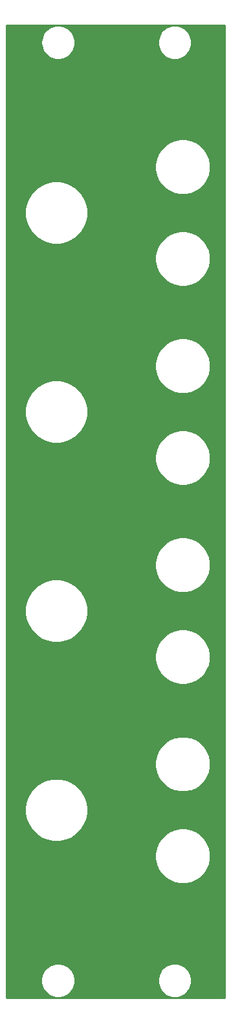
<source format=gbr>
G04 #@! TF.GenerationSoftware,KiCad,Pcbnew,(5.1.4)-1*
G04 #@! TF.CreationDate,2019-11-28T12:25:54-08:00*
G04 #@! TF.ProjectId,AttenuverterFaceplate,41747465-6e75-4766-9572-746572466163,rev?*
G04 #@! TF.SameCoordinates,Original*
G04 #@! TF.FileFunction,Copper,L1,Top*
G04 #@! TF.FilePolarity,Positive*
%FSLAX46Y46*%
G04 Gerber Fmt 4.6, Leading zero omitted, Abs format (unit mm)*
G04 Created by KiCad (PCBNEW (5.1.4)-1) date 2019-11-28 12:25:54*
%MOMM*%
%LPD*%
G04 APERTURE LIST*
%ADD10C,0.254000*%
G04 APERTURE END LIST*
D10*
G36*
X144266384Y-153515000D02*
G01*
X115736384Y-153515000D01*
X115736384Y-151029872D01*
X120263616Y-151029872D01*
X120263616Y-151470128D01*
X120349506Y-151901925D01*
X120517985Y-152308669D01*
X120762578Y-152674729D01*
X121073887Y-152986038D01*
X121439947Y-153230631D01*
X121846691Y-153399110D01*
X122278488Y-153485000D01*
X122718744Y-153485000D01*
X123150541Y-153399110D01*
X123557285Y-153230631D01*
X123923345Y-152986038D01*
X124234654Y-152674729D01*
X124479247Y-152308669D01*
X124647726Y-151901925D01*
X124733616Y-151470128D01*
X124733616Y-151029872D01*
X135513616Y-151029872D01*
X135513616Y-151470128D01*
X135599506Y-151901925D01*
X135767985Y-152308669D01*
X136012578Y-152674729D01*
X136323887Y-152986038D01*
X136689947Y-153230631D01*
X137096691Y-153399110D01*
X137528488Y-153485000D01*
X137968744Y-153485000D01*
X138400541Y-153399110D01*
X138807285Y-153230631D01*
X139173345Y-152986038D01*
X139484654Y-152674729D01*
X139729247Y-152308669D01*
X139897726Y-151901925D01*
X139983616Y-151470128D01*
X139983616Y-151029872D01*
X139897726Y-150598075D01*
X139729247Y-150191331D01*
X139484654Y-149825271D01*
X139173345Y-149513962D01*
X138807285Y-149269369D01*
X138400541Y-149100890D01*
X137968744Y-149015000D01*
X137528488Y-149015000D01*
X137096691Y-149100890D01*
X136689947Y-149269369D01*
X136323887Y-149513962D01*
X136012578Y-149825271D01*
X135767985Y-150191331D01*
X135599506Y-150598075D01*
X135513616Y-151029872D01*
X124733616Y-151029872D01*
X124647726Y-150598075D01*
X124479247Y-150191331D01*
X124234654Y-149825271D01*
X123923345Y-149513962D01*
X123557285Y-149269369D01*
X123150541Y-149100890D01*
X122718744Y-149015000D01*
X122278488Y-149015000D01*
X121846691Y-149100890D01*
X121439947Y-149269369D01*
X121073887Y-149513962D01*
X120762578Y-149825271D01*
X120517985Y-150191331D01*
X120349506Y-150598075D01*
X120263616Y-151029872D01*
X115736384Y-151029872D01*
X115736384Y-134641984D01*
X135165000Y-134641984D01*
X135165000Y-135358016D01*
X135304691Y-136060290D01*
X135578705Y-136721818D01*
X135976511Y-137317177D01*
X136482823Y-137823489D01*
X137078182Y-138221295D01*
X137739710Y-138495309D01*
X138441984Y-138635000D01*
X139158016Y-138635000D01*
X139860290Y-138495309D01*
X140521818Y-138221295D01*
X141117177Y-137823489D01*
X141623489Y-137317177D01*
X142021295Y-136721818D01*
X142295309Y-136060290D01*
X142435000Y-135358016D01*
X142435000Y-134641984D01*
X142295309Y-133939710D01*
X142021295Y-133278182D01*
X141623489Y-132682823D01*
X141117177Y-132176511D01*
X140521818Y-131778705D01*
X139860290Y-131504691D01*
X139158016Y-131365000D01*
X138441984Y-131365000D01*
X137739710Y-131504691D01*
X137078182Y-131778705D01*
X136482823Y-132176511D01*
X135976511Y-132682823D01*
X135578705Y-133278182D01*
X135304691Y-133939710D01*
X135165000Y-134641984D01*
X115736384Y-134641984D01*
X115736384Y-128592738D01*
X118112232Y-128592738D01*
X118112232Y-129407262D01*
X118271138Y-130206135D01*
X118582843Y-130958657D01*
X119035368Y-131635909D01*
X119611323Y-132211864D01*
X120288575Y-132664389D01*
X121041097Y-132976094D01*
X121839970Y-133135000D01*
X122654494Y-133135000D01*
X123453367Y-132976094D01*
X124205889Y-132664389D01*
X124883141Y-132211864D01*
X125459096Y-131635909D01*
X125911621Y-130958657D01*
X126223326Y-130206135D01*
X126382232Y-129407262D01*
X126382232Y-128592738D01*
X126223326Y-127793865D01*
X125911621Y-127041343D01*
X125459096Y-126364091D01*
X124883141Y-125788136D01*
X124205889Y-125335611D01*
X123453367Y-125023906D01*
X122654494Y-124865000D01*
X121839970Y-124865000D01*
X121041097Y-125023906D01*
X120288575Y-125335611D01*
X119611323Y-125788136D01*
X119035368Y-126364091D01*
X118582843Y-127041343D01*
X118271138Y-127793865D01*
X118112232Y-128592738D01*
X115736384Y-128592738D01*
X115736384Y-122641984D01*
X135165000Y-122641984D01*
X135165000Y-123358016D01*
X135304691Y-124060290D01*
X135578705Y-124721818D01*
X135976511Y-125317177D01*
X136482823Y-125823489D01*
X137078182Y-126221295D01*
X137739710Y-126495309D01*
X138441984Y-126635000D01*
X139158016Y-126635000D01*
X139860290Y-126495309D01*
X140521818Y-126221295D01*
X141117177Y-125823489D01*
X141623489Y-125317177D01*
X142021295Y-124721818D01*
X142295309Y-124060290D01*
X142435000Y-123358016D01*
X142435000Y-122641984D01*
X142295309Y-121939710D01*
X142021295Y-121278182D01*
X141623489Y-120682823D01*
X141117177Y-120176511D01*
X140521818Y-119778705D01*
X139860290Y-119504691D01*
X139158016Y-119365000D01*
X138441984Y-119365000D01*
X137739710Y-119504691D01*
X137078182Y-119778705D01*
X136482823Y-120176511D01*
X135976511Y-120682823D01*
X135578705Y-121278182D01*
X135304691Y-121939710D01*
X135165000Y-122641984D01*
X115736384Y-122641984D01*
X115736384Y-108641984D01*
X135165000Y-108641984D01*
X135165000Y-109358016D01*
X135304691Y-110060290D01*
X135578705Y-110721818D01*
X135976511Y-111317177D01*
X136482823Y-111823489D01*
X137078182Y-112221295D01*
X137739710Y-112495309D01*
X138441984Y-112635000D01*
X139158016Y-112635000D01*
X139860290Y-112495309D01*
X140521818Y-112221295D01*
X141117177Y-111823489D01*
X141623489Y-111317177D01*
X142021295Y-110721818D01*
X142295309Y-110060290D01*
X142435000Y-109358016D01*
X142435000Y-108641984D01*
X142295309Y-107939710D01*
X142021295Y-107278182D01*
X141623489Y-106682823D01*
X141117177Y-106176511D01*
X140521818Y-105778705D01*
X139860290Y-105504691D01*
X139158016Y-105365000D01*
X138441984Y-105365000D01*
X137739710Y-105504691D01*
X137078182Y-105778705D01*
X136482823Y-106176511D01*
X135976511Y-106682823D01*
X135578705Y-107278182D01*
X135304691Y-107939710D01*
X135165000Y-108641984D01*
X115736384Y-108641984D01*
X115736384Y-102592738D01*
X118112232Y-102592738D01*
X118112232Y-103407262D01*
X118271138Y-104206135D01*
X118582843Y-104958657D01*
X119035368Y-105635909D01*
X119611323Y-106211864D01*
X120288575Y-106664389D01*
X121041097Y-106976094D01*
X121839970Y-107135000D01*
X122654494Y-107135000D01*
X123453367Y-106976094D01*
X124205889Y-106664389D01*
X124883141Y-106211864D01*
X125459096Y-105635909D01*
X125911621Y-104958657D01*
X126223326Y-104206135D01*
X126382232Y-103407262D01*
X126382232Y-102592738D01*
X126223326Y-101793865D01*
X125911621Y-101041343D01*
X125459096Y-100364091D01*
X124883141Y-99788136D01*
X124205889Y-99335611D01*
X123453367Y-99023906D01*
X122654494Y-98865000D01*
X121839970Y-98865000D01*
X121041097Y-99023906D01*
X120288575Y-99335611D01*
X119611323Y-99788136D01*
X119035368Y-100364091D01*
X118582843Y-101041343D01*
X118271138Y-101793865D01*
X118112232Y-102592738D01*
X115736384Y-102592738D01*
X115736384Y-96641984D01*
X135165000Y-96641984D01*
X135165000Y-97358016D01*
X135304691Y-98060290D01*
X135578705Y-98721818D01*
X135976511Y-99317177D01*
X136482823Y-99823489D01*
X137078182Y-100221295D01*
X137739710Y-100495309D01*
X138441984Y-100635000D01*
X139158016Y-100635000D01*
X139860290Y-100495309D01*
X140521818Y-100221295D01*
X141117177Y-99823489D01*
X141623489Y-99317177D01*
X142021295Y-98721818D01*
X142295309Y-98060290D01*
X142435000Y-97358016D01*
X142435000Y-96641984D01*
X142295309Y-95939710D01*
X142021295Y-95278182D01*
X141623489Y-94682823D01*
X141117177Y-94176511D01*
X140521818Y-93778705D01*
X139860290Y-93504691D01*
X139158016Y-93365000D01*
X138441984Y-93365000D01*
X137739710Y-93504691D01*
X137078182Y-93778705D01*
X136482823Y-94176511D01*
X135976511Y-94682823D01*
X135578705Y-95278182D01*
X135304691Y-95939710D01*
X135165000Y-96641984D01*
X115736384Y-96641984D01*
X115736384Y-82641984D01*
X135165000Y-82641984D01*
X135165000Y-83358016D01*
X135304691Y-84060290D01*
X135578705Y-84721818D01*
X135976511Y-85317177D01*
X136482823Y-85823489D01*
X137078182Y-86221295D01*
X137739710Y-86495309D01*
X138441984Y-86635000D01*
X139158016Y-86635000D01*
X139860290Y-86495309D01*
X140521818Y-86221295D01*
X141117177Y-85823489D01*
X141623489Y-85317177D01*
X142021295Y-84721818D01*
X142295309Y-84060290D01*
X142435000Y-83358016D01*
X142435000Y-82641984D01*
X142295309Y-81939710D01*
X142021295Y-81278182D01*
X141623489Y-80682823D01*
X141117177Y-80176511D01*
X140521818Y-79778705D01*
X139860290Y-79504691D01*
X139158016Y-79365000D01*
X138441984Y-79365000D01*
X137739710Y-79504691D01*
X137078182Y-79778705D01*
X136482823Y-80176511D01*
X135976511Y-80682823D01*
X135578705Y-81278182D01*
X135304691Y-81939710D01*
X135165000Y-82641984D01*
X115736384Y-82641984D01*
X115736384Y-76592738D01*
X118112232Y-76592738D01*
X118112232Y-77407262D01*
X118271138Y-78206135D01*
X118582843Y-78958657D01*
X119035368Y-79635909D01*
X119611323Y-80211864D01*
X120288575Y-80664389D01*
X121041097Y-80976094D01*
X121839970Y-81135000D01*
X122654494Y-81135000D01*
X123453367Y-80976094D01*
X124205889Y-80664389D01*
X124883141Y-80211864D01*
X125459096Y-79635909D01*
X125911621Y-78958657D01*
X126223326Y-78206135D01*
X126382232Y-77407262D01*
X126382232Y-76592738D01*
X126223326Y-75793865D01*
X125911621Y-75041343D01*
X125459096Y-74364091D01*
X124883141Y-73788136D01*
X124205889Y-73335611D01*
X123453367Y-73023906D01*
X122654494Y-72865000D01*
X121839970Y-72865000D01*
X121041097Y-73023906D01*
X120288575Y-73335611D01*
X119611323Y-73788136D01*
X119035368Y-74364091D01*
X118582843Y-75041343D01*
X118271138Y-75793865D01*
X118112232Y-76592738D01*
X115736384Y-76592738D01*
X115736384Y-70641984D01*
X135165000Y-70641984D01*
X135165000Y-71358016D01*
X135304691Y-72060290D01*
X135578705Y-72721818D01*
X135976511Y-73317177D01*
X136482823Y-73823489D01*
X137078182Y-74221295D01*
X137739710Y-74495309D01*
X138441984Y-74635000D01*
X139158016Y-74635000D01*
X139860290Y-74495309D01*
X140521818Y-74221295D01*
X141117177Y-73823489D01*
X141623489Y-73317177D01*
X142021295Y-72721818D01*
X142295309Y-72060290D01*
X142435000Y-71358016D01*
X142435000Y-70641984D01*
X142295309Y-69939710D01*
X142021295Y-69278182D01*
X141623489Y-68682823D01*
X141117177Y-68176511D01*
X140521818Y-67778705D01*
X139860290Y-67504691D01*
X139158016Y-67365000D01*
X138441984Y-67365000D01*
X137739710Y-67504691D01*
X137078182Y-67778705D01*
X136482823Y-68176511D01*
X135976511Y-68682823D01*
X135578705Y-69278182D01*
X135304691Y-69939710D01*
X135165000Y-70641984D01*
X115736384Y-70641984D01*
X115736384Y-56641984D01*
X135165000Y-56641984D01*
X135165000Y-57358016D01*
X135304691Y-58060290D01*
X135578705Y-58721818D01*
X135976511Y-59317177D01*
X136482823Y-59823489D01*
X137078182Y-60221295D01*
X137739710Y-60495309D01*
X138441984Y-60635000D01*
X139158016Y-60635000D01*
X139860290Y-60495309D01*
X140521818Y-60221295D01*
X141117177Y-59823489D01*
X141623489Y-59317177D01*
X142021295Y-58721818D01*
X142295309Y-58060290D01*
X142435000Y-57358016D01*
X142435000Y-56641984D01*
X142295309Y-55939710D01*
X142021295Y-55278182D01*
X141623489Y-54682823D01*
X141117177Y-54176511D01*
X140521818Y-53778705D01*
X139860290Y-53504691D01*
X139158016Y-53365000D01*
X138441984Y-53365000D01*
X137739710Y-53504691D01*
X137078182Y-53778705D01*
X136482823Y-54176511D01*
X135976511Y-54682823D01*
X135578705Y-55278182D01*
X135304691Y-55939710D01*
X135165000Y-56641984D01*
X115736384Y-56641984D01*
X115736384Y-50592738D01*
X118113616Y-50592738D01*
X118113616Y-51407262D01*
X118272522Y-52206135D01*
X118584227Y-52958657D01*
X119036752Y-53635909D01*
X119612707Y-54211864D01*
X120289959Y-54664389D01*
X121042481Y-54976094D01*
X121841354Y-55135000D01*
X122655878Y-55135000D01*
X123454751Y-54976094D01*
X124207273Y-54664389D01*
X124884525Y-54211864D01*
X125460480Y-53635909D01*
X125913005Y-52958657D01*
X126224710Y-52206135D01*
X126383616Y-51407262D01*
X126383616Y-50592738D01*
X126224710Y-49793865D01*
X125913005Y-49041343D01*
X125460480Y-48364091D01*
X124884525Y-47788136D01*
X124207273Y-47335611D01*
X123454751Y-47023906D01*
X122655878Y-46865000D01*
X121841354Y-46865000D01*
X121042481Y-47023906D01*
X120289959Y-47335611D01*
X119612707Y-47788136D01*
X119036752Y-48364091D01*
X118584227Y-49041343D01*
X118272522Y-49793865D01*
X118113616Y-50592738D01*
X115736384Y-50592738D01*
X115736384Y-44641984D01*
X135163616Y-44641984D01*
X135163616Y-45358016D01*
X135303307Y-46060290D01*
X135577321Y-46721818D01*
X135975127Y-47317177D01*
X136481439Y-47823489D01*
X137076798Y-48221295D01*
X137738326Y-48495309D01*
X138440600Y-48635000D01*
X139156632Y-48635000D01*
X139858906Y-48495309D01*
X140520434Y-48221295D01*
X141115793Y-47823489D01*
X141622105Y-47317177D01*
X142019911Y-46721818D01*
X142293925Y-46060290D01*
X142433616Y-45358016D01*
X142433616Y-44641984D01*
X142293925Y-43939710D01*
X142019911Y-43278182D01*
X141622105Y-42682823D01*
X141115793Y-42176511D01*
X140520434Y-41778705D01*
X139858906Y-41504691D01*
X139156632Y-41365000D01*
X138440600Y-41365000D01*
X137738326Y-41504691D01*
X137076798Y-41778705D01*
X136481439Y-42176511D01*
X135975127Y-42682823D01*
X135577321Y-43278182D01*
X135303307Y-43939710D01*
X135163616Y-44641984D01*
X115736384Y-44641984D01*
X115736384Y-28529872D01*
X120265000Y-28529872D01*
X120265000Y-28970128D01*
X120350890Y-29401925D01*
X120519369Y-29808669D01*
X120763962Y-30174729D01*
X121075271Y-30486038D01*
X121441331Y-30730631D01*
X121848075Y-30899110D01*
X122279872Y-30985000D01*
X122720128Y-30985000D01*
X123151925Y-30899110D01*
X123558669Y-30730631D01*
X123924729Y-30486038D01*
X124236038Y-30174729D01*
X124480631Y-29808669D01*
X124649110Y-29401925D01*
X124735000Y-28970128D01*
X124735000Y-28529872D01*
X135513616Y-28529872D01*
X135513616Y-28970128D01*
X135599506Y-29401925D01*
X135767985Y-29808669D01*
X136012578Y-30174729D01*
X136323887Y-30486038D01*
X136689947Y-30730631D01*
X137096691Y-30899110D01*
X137528488Y-30985000D01*
X137968744Y-30985000D01*
X138400541Y-30899110D01*
X138807285Y-30730631D01*
X139173345Y-30486038D01*
X139484654Y-30174729D01*
X139729247Y-29808669D01*
X139897726Y-29401925D01*
X139983616Y-28970128D01*
X139983616Y-28529872D01*
X139897726Y-28098075D01*
X139729247Y-27691331D01*
X139484654Y-27325271D01*
X139173345Y-27013962D01*
X138807285Y-26769369D01*
X138400541Y-26600890D01*
X137968744Y-26515000D01*
X137528488Y-26515000D01*
X137096691Y-26600890D01*
X136689947Y-26769369D01*
X136323887Y-27013962D01*
X136012578Y-27325271D01*
X135767985Y-27691331D01*
X135599506Y-28098075D01*
X135513616Y-28529872D01*
X124735000Y-28529872D01*
X124649110Y-28098075D01*
X124480631Y-27691331D01*
X124236038Y-27325271D01*
X123924729Y-27013962D01*
X123558669Y-26769369D01*
X123151925Y-26600890D01*
X122720128Y-26515000D01*
X122279872Y-26515000D01*
X121848075Y-26600890D01*
X121441331Y-26769369D01*
X121075271Y-27013962D01*
X120763962Y-27325271D01*
X120519369Y-27691331D01*
X120350890Y-28098075D01*
X120265000Y-28529872D01*
X115736384Y-28529872D01*
X115736384Y-26485000D01*
X144266385Y-26485000D01*
X144266384Y-153515000D01*
X144266384Y-153515000D01*
G37*
X144266384Y-153515000D02*
X115736384Y-153515000D01*
X115736384Y-151029872D01*
X120263616Y-151029872D01*
X120263616Y-151470128D01*
X120349506Y-151901925D01*
X120517985Y-152308669D01*
X120762578Y-152674729D01*
X121073887Y-152986038D01*
X121439947Y-153230631D01*
X121846691Y-153399110D01*
X122278488Y-153485000D01*
X122718744Y-153485000D01*
X123150541Y-153399110D01*
X123557285Y-153230631D01*
X123923345Y-152986038D01*
X124234654Y-152674729D01*
X124479247Y-152308669D01*
X124647726Y-151901925D01*
X124733616Y-151470128D01*
X124733616Y-151029872D01*
X135513616Y-151029872D01*
X135513616Y-151470128D01*
X135599506Y-151901925D01*
X135767985Y-152308669D01*
X136012578Y-152674729D01*
X136323887Y-152986038D01*
X136689947Y-153230631D01*
X137096691Y-153399110D01*
X137528488Y-153485000D01*
X137968744Y-153485000D01*
X138400541Y-153399110D01*
X138807285Y-153230631D01*
X139173345Y-152986038D01*
X139484654Y-152674729D01*
X139729247Y-152308669D01*
X139897726Y-151901925D01*
X139983616Y-151470128D01*
X139983616Y-151029872D01*
X139897726Y-150598075D01*
X139729247Y-150191331D01*
X139484654Y-149825271D01*
X139173345Y-149513962D01*
X138807285Y-149269369D01*
X138400541Y-149100890D01*
X137968744Y-149015000D01*
X137528488Y-149015000D01*
X137096691Y-149100890D01*
X136689947Y-149269369D01*
X136323887Y-149513962D01*
X136012578Y-149825271D01*
X135767985Y-150191331D01*
X135599506Y-150598075D01*
X135513616Y-151029872D01*
X124733616Y-151029872D01*
X124647726Y-150598075D01*
X124479247Y-150191331D01*
X124234654Y-149825271D01*
X123923345Y-149513962D01*
X123557285Y-149269369D01*
X123150541Y-149100890D01*
X122718744Y-149015000D01*
X122278488Y-149015000D01*
X121846691Y-149100890D01*
X121439947Y-149269369D01*
X121073887Y-149513962D01*
X120762578Y-149825271D01*
X120517985Y-150191331D01*
X120349506Y-150598075D01*
X120263616Y-151029872D01*
X115736384Y-151029872D01*
X115736384Y-134641984D01*
X135165000Y-134641984D01*
X135165000Y-135358016D01*
X135304691Y-136060290D01*
X135578705Y-136721818D01*
X135976511Y-137317177D01*
X136482823Y-137823489D01*
X137078182Y-138221295D01*
X137739710Y-138495309D01*
X138441984Y-138635000D01*
X139158016Y-138635000D01*
X139860290Y-138495309D01*
X140521818Y-138221295D01*
X141117177Y-137823489D01*
X141623489Y-137317177D01*
X142021295Y-136721818D01*
X142295309Y-136060290D01*
X142435000Y-135358016D01*
X142435000Y-134641984D01*
X142295309Y-133939710D01*
X142021295Y-133278182D01*
X141623489Y-132682823D01*
X141117177Y-132176511D01*
X140521818Y-131778705D01*
X139860290Y-131504691D01*
X139158016Y-131365000D01*
X138441984Y-131365000D01*
X137739710Y-131504691D01*
X137078182Y-131778705D01*
X136482823Y-132176511D01*
X135976511Y-132682823D01*
X135578705Y-133278182D01*
X135304691Y-133939710D01*
X135165000Y-134641984D01*
X115736384Y-134641984D01*
X115736384Y-128592738D01*
X118112232Y-128592738D01*
X118112232Y-129407262D01*
X118271138Y-130206135D01*
X118582843Y-130958657D01*
X119035368Y-131635909D01*
X119611323Y-132211864D01*
X120288575Y-132664389D01*
X121041097Y-132976094D01*
X121839970Y-133135000D01*
X122654494Y-133135000D01*
X123453367Y-132976094D01*
X124205889Y-132664389D01*
X124883141Y-132211864D01*
X125459096Y-131635909D01*
X125911621Y-130958657D01*
X126223326Y-130206135D01*
X126382232Y-129407262D01*
X126382232Y-128592738D01*
X126223326Y-127793865D01*
X125911621Y-127041343D01*
X125459096Y-126364091D01*
X124883141Y-125788136D01*
X124205889Y-125335611D01*
X123453367Y-125023906D01*
X122654494Y-124865000D01*
X121839970Y-124865000D01*
X121041097Y-125023906D01*
X120288575Y-125335611D01*
X119611323Y-125788136D01*
X119035368Y-126364091D01*
X118582843Y-127041343D01*
X118271138Y-127793865D01*
X118112232Y-128592738D01*
X115736384Y-128592738D01*
X115736384Y-122641984D01*
X135165000Y-122641984D01*
X135165000Y-123358016D01*
X135304691Y-124060290D01*
X135578705Y-124721818D01*
X135976511Y-125317177D01*
X136482823Y-125823489D01*
X137078182Y-126221295D01*
X137739710Y-126495309D01*
X138441984Y-126635000D01*
X139158016Y-126635000D01*
X139860290Y-126495309D01*
X140521818Y-126221295D01*
X141117177Y-125823489D01*
X141623489Y-125317177D01*
X142021295Y-124721818D01*
X142295309Y-124060290D01*
X142435000Y-123358016D01*
X142435000Y-122641984D01*
X142295309Y-121939710D01*
X142021295Y-121278182D01*
X141623489Y-120682823D01*
X141117177Y-120176511D01*
X140521818Y-119778705D01*
X139860290Y-119504691D01*
X139158016Y-119365000D01*
X138441984Y-119365000D01*
X137739710Y-119504691D01*
X137078182Y-119778705D01*
X136482823Y-120176511D01*
X135976511Y-120682823D01*
X135578705Y-121278182D01*
X135304691Y-121939710D01*
X135165000Y-122641984D01*
X115736384Y-122641984D01*
X115736384Y-108641984D01*
X135165000Y-108641984D01*
X135165000Y-109358016D01*
X135304691Y-110060290D01*
X135578705Y-110721818D01*
X135976511Y-111317177D01*
X136482823Y-111823489D01*
X137078182Y-112221295D01*
X137739710Y-112495309D01*
X138441984Y-112635000D01*
X139158016Y-112635000D01*
X139860290Y-112495309D01*
X140521818Y-112221295D01*
X141117177Y-111823489D01*
X141623489Y-111317177D01*
X142021295Y-110721818D01*
X142295309Y-110060290D01*
X142435000Y-109358016D01*
X142435000Y-108641984D01*
X142295309Y-107939710D01*
X142021295Y-107278182D01*
X141623489Y-106682823D01*
X141117177Y-106176511D01*
X140521818Y-105778705D01*
X139860290Y-105504691D01*
X139158016Y-105365000D01*
X138441984Y-105365000D01*
X137739710Y-105504691D01*
X137078182Y-105778705D01*
X136482823Y-106176511D01*
X135976511Y-106682823D01*
X135578705Y-107278182D01*
X135304691Y-107939710D01*
X135165000Y-108641984D01*
X115736384Y-108641984D01*
X115736384Y-102592738D01*
X118112232Y-102592738D01*
X118112232Y-103407262D01*
X118271138Y-104206135D01*
X118582843Y-104958657D01*
X119035368Y-105635909D01*
X119611323Y-106211864D01*
X120288575Y-106664389D01*
X121041097Y-106976094D01*
X121839970Y-107135000D01*
X122654494Y-107135000D01*
X123453367Y-106976094D01*
X124205889Y-106664389D01*
X124883141Y-106211864D01*
X125459096Y-105635909D01*
X125911621Y-104958657D01*
X126223326Y-104206135D01*
X126382232Y-103407262D01*
X126382232Y-102592738D01*
X126223326Y-101793865D01*
X125911621Y-101041343D01*
X125459096Y-100364091D01*
X124883141Y-99788136D01*
X124205889Y-99335611D01*
X123453367Y-99023906D01*
X122654494Y-98865000D01*
X121839970Y-98865000D01*
X121041097Y-99023906D01*
X120288575Y-99335611D01*
X119611323Y-99788136D01*
X119035368Y-100364091D01*
X118582843Y-101041343D01*
X118271138Y-101793865D01*
X118112232Y-102592738D01*
X115736384Y-102592738D01*
X115736384Y-96641984D01*
X135165000Y-96641984D01*
X135165000Y-97358016D01*
X135304691Y-98060290D01*
X135578705Y-98721818D01*
X135976511Y-99317177D01*
X136482823Y-99823489D01*
X137078182Y-100221295D01*
X137739710Y-100495309D01*
X138441984Y-100635000D01*
X139158016Y-100635000D01*
X139860290Y-100495309D01*
X140521818Y-100221295D01*
X141117177Y-99823489D01*
X141623489Y-99317177D01*
X142021295Y-98721818D01*
X142295309Y-98060290D01*
X142435000Y-97358016D01*
X142435000Y-96641984D01*
X142295309Y-95939710D01*
X142021295Y-95278182D01*
X141623489Y-94682823D01*
X141117177Y-94176511D01*
X140521818Y-93778705D01*
X139860290Y-93504691D01*
X139158016Y-93365000D01*
X138441984Y-93365000D01*
X137739710Y-93504691D01*
X137078182Y-93778705D01*
X136482823Y-94176511D01*
X135976511Y-94682823D01*
X135578705Y-95278182D01*
X135304691Y-95939710D01*
X135165000Y-96641984D01*
X115736384Y-96641984D01*
X115736384Y-82641984D01*
X135165000Y-82641984D01*
X135165000Y-83358016D01*
X135304691Y-84060290D01*
X135578705Y-84721818D01*
X135976511Y-85317177D01*
X136482823Y-85823489D01*
X137078182Y-86221295D01*
X137739710Y-86495309D01*
X138441984Y-86635000D01*
X139158016Y-86635000D01*
X139860290Y-86495309D01*
X140521818Y-86221295D01*
X141117177Y-85823489D01*
X141623489Y-85317177D01*
X142021295Y-84721818D01*
X142295309Y-84060290D01*
X142435000Y-83358016D01*
X142435000Y-82641984D01*
X142295309Y-81939710D01*
X142021295Y-81278182D01*
X141623489Y-80682823D01*
X141117177Y-80176511D01*
X140521818Y-79778705D01*
X139860290Y-79504691D01*
X139158016Y-79365000D01*
X138441984Y-79365000D01*
X137739710Y-79504691D01*
X137078182Y-79778705D01*
X136482823Y-80176511D01*
X135976511Y-80682823D01*
X135578705Y-81278182D01*
X135304691Y-81939710D01*
X135165000Y-82641984D01*
X115736384Y-82641984D01*
X115736384Y-76592738D01*
X118112232Y-76592738D01*
X118112232Y-77407262D01*
X118271138Y-78206135D01*
X118582843Y-78958657D01*
X119035368Y-79635909D01*
X119611323Y-80211864D01*
X120288575Y-80664389D01*
X121041097Y-80976094D01*
X121839970Y-81135000D01*
X122654494Y-81135000D01*
X123453367Y-80976094D01*
X124205889Y-80664389D01*
X124883141Y-80211864D01*
X125459096Y-79635909D01*
X125911621Y-78958657D01*
X126223326Y-78206135D01*
X126382232Y-77407262D01*
X126382232Y-76592738D01*
X126223326Y-75793865D01*
X125911621Y-75041343D01*
X125459096Y-74364091D01*
X124883141Y-73788136D01*
X124205889Y-73335611D01*
X123453367Y-73023906D01*
X122654494Y-72865000D01*
X121839970Y-72865000D01*
X121041097Y-73023906D01*
X120288575Y-73335611D01*
X119611323Y-73788136D01*
X119035368Y-74364091D01*
X118582843Y-75041343D01*
X118271138Y-75793865D01*
X118112232Y-76592738D01*
X115736384Y-76592738D01*
X115736384Y-70641984D01*
X135165000Y-70641984D01*
X135165000Y-71358016D01*
X135304691Y-72060290D01*
X135578705Y-72721818D01*
X135976511Y-73317177D01*
X136482823Y-73823489D01*
X137078182Y-74221295D01*
X137739710Y-74495309D01*
X138441984Y-74635000D01*
X139158016Y-74635000D01*
X139860290Y-74495309D01*
X140521818Y-74221295D01*
X141117177Y-73823489D01*
X141623489Y-73317177D01*
X142021295Y-72721818D01*
X142295309Y-72060290D01*
X142435000Y-71358016D01*
X142435000Y-70641984D01*
X142295309Y-69939710D01*
X142021295Y-69278182D01*
X141623489Y-68682823D01*
X141117177Y-68176511D01*
X140521818Y-67778705D01*
X139860290Y-67504691D01*
X139158016Y-67365000D01*
X138441984Y-67365000D01*
X137739710Y-67504691D01*
X137078182Y-67778705D01*
X136482823Y-68176511D01*
X135976511Y-68682823D01*
X135578705Y-69278182D01*
X135304691Y-69939710D01*
X135165000Y-70641984D01*
X115736384Y-70641984D01*
X115736384Y-56641984D01*
X135165000Y-56641984D01*
X135165000Y-57358016D01*
X135304691Y-58060290D01*
X135578705Y-58721818D01*
X135976511Y-59317177D01*
X136482823Y-59823489D01*
X137078182Y-60221295D01*
X137739710Y-60495309D01*
X138441984Y-60635000D01*
X139158016Y-60635000D01*
X139860290Y-60495309D01*
X140521818Y-60221295D01*
X141117177Y-59823489D01*
X141623489Y-59317177D01*
X142021295Y-58721818D01*
X142295309Y-58060290D01*
X142435000Y-57358016D01*
X142435000Y-56641984D01*
X142295309Y-55939710D01*
X142021295Y-55278182D01*
X141623489Y-54682823D01*
X141117177Y-54176511D01*
X140521818Y-53778705D01*
X139860290Y-53504691D01*
X139158016Y-53365000D01*
X138441984Y-53365000D01*
X137739710Y-53504691D01*
X137078182Y-53778705D01*
X136482823Y-54176511D01*
X135976511Y-54682823D01*
X135578705Y-55278182D01*
X135304691Y-55939710D01*
X135165000Y-56641984D01*
X115736384Y-56641984D01*
X115736384Y-50592738D01*
X118113616Y-50592738D01*
X118113616Y-51407262D01*
X118272522Y-52206135D01*
X118584227Y-52958657D01*
X119036752Y-53635909D01*
X119612707Y-54211864D01*
X120289959Y-54664389D01*
X121042481Y-54976094D01*
X121841354Y-55135000D01*
X122655878Y-55135000D01*
X123454751Y-54976094D01*
X124207273Y-54664389D01*
X124884525Y-54211864D01*
X125460480Y-53635909D01*
X125913005Y-52958657D01*
X126224710Y-52206135D01*
X126383616Y-51407262D01*
X126383616Y-50592738D01*
X126224710Y-49793865D01*
X125913005Y-49041343D01*
X125460480Y-48364091D01*
X124884525Y-47788136D01*
X124207273Y-47335611D01*
X123454751Y-47023906D01*
X122655878Y-46865000D01*
X121841354Y-46865000D01*
X121042481Y-47023906D01*
X120289959Y-47335611D01*
X119612707Y-47788136D01*
X119036752Y-48364091D01*
X118584227Y-49041343D01*
X118272522Y-49793865D01*
X118113616Y-50592738D01*
X115736384Y-50592738D01*
X115736384Y-44641984D01*
X135163616Y-44641984D01*
X135163616Y-45358016D01*
X135303307Y-46060290D01*
X135577321Y-46721818D01*
X135975127Y-47317177D01*
X136481439Y-47823489D01*
X137076798Y-48221295D01*
X137738326Y-48495309D01*
X138440600Y-48635000D01*
X139156632Y-48635000D01*
X139858906Y-48495309D01*
X140520434Y-48221295D01*
X141115793Y-47823489D01*
X141622105Y-47317177D01*
X142019911Y-46721818D01*
X142293925Y-46060290D01*
X142433616Y-45358016D01*
X142433616Y-44641984D01*
X142293925Y-43939710D01*
X142019911Y-43278182D01*
X141622105Y-42682823D01*
X141115793Y-42176511D01*
X140520434Y-41778705D01*
X139858906Y-41504691D01*
X139156632Y-41365000D01*
X138440600Y-41365000D01*
X137738326Y-41504691D01*
X137076798Y-41778705D01*
X136481439Y-42176511D01*
X135975127Y-42682823D01*
X135577321Y-43278182D01*
X135303307Y-43939710D01*
X135163616Y-44641984D01*
X115736384Y-44641984D01*
X115736384Y-28529872D01*
X120265000Y-28529872D01*
X120265000Y-28970128D01*
X120350890Y-29401925D01*
X120519369Y-29808669D01*
X120763962Y-30174729D01*
X121075271Y-30486038D01*
X121441331Y-30730631D01*
X121848075Y-30899110D01*
X122279872Y-30985000D01*
X122720128Y-30985000D01*
X123151925Y-30899110D01*
X123558669Y-30730631D01*
X123924729Y-30486038D01*
X124236038Y-30174729D01*
X124480631Y-29808669D01*
X124649110Y-29401925D01*
X124735000Y-28970128D01*
X124735000Y-28529872D01*
X135513616Y-28529872D01*
X135513616Y-28970128D01*
X135599506Y-29401925D01*
X135767985Y-29808669D01*
X136012578Y-30174729D01*
X136323887Y-30486038D01*
X136689947Y-30730631D01*
X137096691Y-30899110D01*
X137528488Y-30985000D01*
X137968744Y-30985000D01*
X138400541Y-30899110D01*
X138807285Y-30730631D01*
X139173345Y-30486038D01*
X139484654Y-30174729D01*
X139729247Y-29808669D01*
X139897726Y-29401925D01*
X139983616Y-28970128D01*
X139983616Y-28529872D01*
X139897726Y-28098075D01*
X139729247Y-27691331D01*
X139484654Y-27325271D01*
X139173345Y-27013962D01*
X138807285Y-26769369D01*
X138400541Y-26600890D01*
X137968744Y-26515000D01*
X137528488Y-26515000D01*
X137096691Y-26600890D01*
X136689947Y-26769369D01*
X136323887Y-27013962D01*
X136012578Y-27325271D01*
X135767985Y-27691331D01*
X135599506Y-28098075D01*
X135513616Y-28529872D01*
X124735000Y-28529872D01*
X124649110Y-28098075D01*
X124480631Y-27691331D01*
X124236038Y-27325271D01*
X123924729Y-27013962D01*
X123558669Y-26769369D01*
X123151925Y-26600890D01*
X122720128Y-26515000D01*
X122279872Y-26515000D01*
X121848075Y-26600890D01*
X121441331Y-26769369D01*
X121075271Y-27013962D01*
X120763962Y-27325271D01*
X120519369Y-27691331D01*
X120350890Y-28098075D01*
X120265000Y-28529872D01*
X115736384Y-28529872D01*
X115736384Y-26485000D01*
X144266385Y-26485000D01*
X144266384Y-153515000D01*
M02*

</source>
